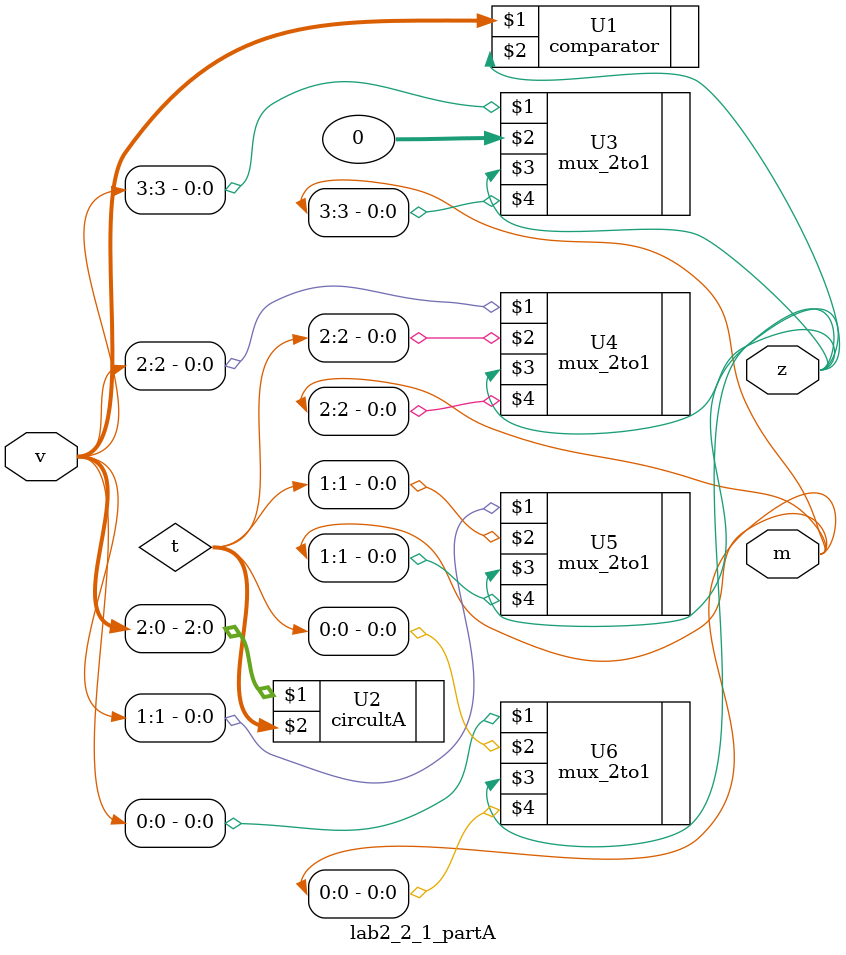
<source format=v>
`timescale 1ns / 1ps


module lab2_2_1_partA(
    input [3:0]v,
    output z,
    output [3:0]m
    );
    wire [2:0] t;
    comparator U1 (v,z);
    circultA U2 (v[2:0],t);
    mux_2to1 U3(v[3],0,z,m[3]),
             U4(v[2],t[2],z,m[2]),
             U5(v[1],t[1],z,m[1]),
             U6(v[0],t[0],z,m[0]);
endmodule
</source>
